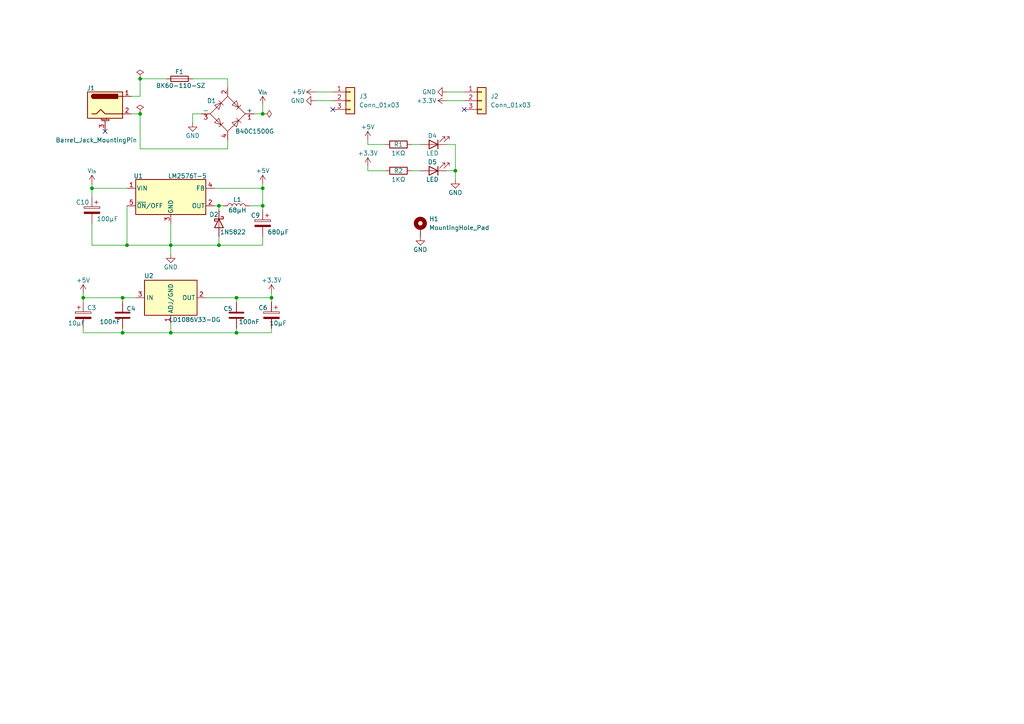
<source format=kicad_sch>
(kicad_sch (version 20231120) (generator "eeschema") (generator_version "8.0")
  (paper "A4")
  (lib_symbols
    (symbol "Connector:Barrel_Jack_MountingPin" (pin_names hide)
      (property "Reference" "J13" (at 0 8.89 0))
      (property "Value" "Barrel_Jack_MountingPin" (at 0 6.35 0))
      (symbol "Barrel_Jack_MountingPin_0_1"
        (rectangle (start -5.08 3.81) (end 5.08 -3.81) (stroke (width 0.254)) (fill (type background)))
        (arc (start -3.302 3.175) (mid -3.9343 2.54) (end -3.302 1.905) (stroke (width 0.254)))
        (arc (start -3.302 3.175) (mid -3.9343 2.54) (end -3.302 1.905) (stroke (width 0.254)) (fill (type outline)))
        (polyline (pts (xy 5.08 2.54) (xy 3.81 2.54)) (stroke (width 0.254)))
        (polyline (pts (xy -3.81 -2.54) (xy -2.54 -2.54) (xy -1.27 -1.27) (xy 0 -2.54) (xy 2.54 -2.54) (xy 5.08 -2.54)) (stroke (width 0.254)))
        (rectangle (start 3.683 3.175) (end -3.302 1.905) (stroke (width 0.254)) (fill (type outline)))
      )
      (symbol "Barrel_Jack_MountingPin_1_1"
        (polyline (pts (xy -1.016 -4.572) (xy 1.016 -4.572)) (stroke (width 0.1524)))
        (text "Mounting" (at 0 -4.191 0) (effects (font (size 0.381 0.381))))
        (pin passive line (at 7.62 2.54 180) (length 2.54) (name "~") (number "1"))
        (pin passive line (at 7.62 -2.54 180) (length 2.54) (name "~") (number "2"))
        (pin passive line (at 0 -7.62 90) (length 3.048) (name "MountPin") (number "3"))
      )
    )
    (symbol "Connector_Generic:Conn_01x03" (pin_names (offset 1.016) hide)
      (property "Reference" "J" (at 0 5.08 0))
      (property "Value" "Conn_01x03" (at 0 -5.08 0))
      (symbol "Conn_01x03_1_1"
        (rectangle (start -1.27 -2.413) (end 0 -2.667) (stroke (width 0.1524)))
        (rectangle (start -1.27 0.127) (end 0 -0.127) (stroke (width 0.1524)))
        (rectangle (start -1.27 2.667) (end 0 2.413) (stroke (width 0.1524)))
        (rectangle (start -1.27 3.81) (end 1.27 -3.81) (stroke (width 0.254)) (fill (type background)))
        (pin passive line (at -5.08 2.54 0) (length 3.81) (name "Pin_1") (number "1"))
        (pin passive line (at -5.08 0 0) (length 3.81) (name "Pin_2") (number "2"))
        (pin passive line (at -5.08 -2.54 0) (length 3.81) (name "Pin_3") (number "3"))
      )
    )
    (symbol "Device:C" (pin_numbers hide) (pin_names (offset 0.254))
      (property "Reference" "C" (at 0.635 2.54 0))
      (property "Value" "C" (at 0.635 -2.54 0))
      (symbol "C_0_1"
        (polyline (pts (xy -2.032 -0.762) (xy 2.032 -0.762)) (stroke (width 0.508)))
        (polyline (pts (xy -2.032 0.762) (xy 2.032 0.762)) (stroke (width 0.508)))
      )
      (symbol "C_1_1"
        (pin passive line (at 0 3.81 270) (length 2.794) (name "~") (number "1"))
        (pin passive line (at 0 -3.81 90) (length 2.794) (name "~") (number "2"))
      )
    )
    (symbol "Device:C_Polarized" (pin_numbers hide) (pin_names (offset 0.254))
      (property "Reference" "C" (at 0.635 2.54 0))
      (property "Value" "C_Polarized" (at 0.635 -2.54 0))
      (symbol "C_Polarized_0_1"
        (rectangle (start -2.286 0.508) (end 2.286 1.016))
        (polyline (pts (xy -1.778 2.286) (xy -0.762 2.286)))
        (polyline (pts (xy -1.27 2.794) (xy -1.27 1.778)))
        (rectangle (start 2.286 -0.508) (end -2.286 -1.016) (fill (type outline)))
      )
      (symbol "C_Polarized_1_1"
        (pin passive line (at 0 3.81 270) (length 2.794) (name "~") (number "1"))
        (pin passive line (at 0 -3.81 90) (length 2.794) (name "~") (number "2"))
      )
    )
    (symbol "Device:Fuse" (pin_numbers hide) (pin_names (offset 0))
      (property "Reference" "F" (at 2.032 0 90))
      (property "Value" "Fuse" (at -1.905 0 90))
      (symbol "Fuse_0_1"
        (rectangle (start -0.762 -2.54) (end 0.762 2.54) (stroke (width 0.254)))
        (polyline (pts (xy 0 2.54) (xy 0 -2.54)))
      )
      (symbol "Fuse_1_1"
        (pin passive line (at 0 3.81 270) (length 1.27) (name "~") (number "1"))
        (pin passive line (at 0 -3.81 90) (length 1.27) (name "~") (number "2"))
      )
    )
    (symbol "Device:L" (pin_numbers hide) (pin_names (offset 1.016) hide)
      (property "Reference" "L" (at -1.27 0 90))
      (property "Value" "L" (at 1.905 0 90))
      (symbol "L_0_1"
        (arc (start 0 -2.54) (mid 0.6323 -1.905) (end 0 -1.27))
        (arc (start 0 -1.27) (mid 0.6323 -0.635) (end 0 0))
        (arc (start 0 0) (mid 0.6323 0.635) (end 0 1.27))
        (arc (start 0 1.27) (mid 0.6323 1.905) (end 0 2.54))
      )
      (symbol "L_1_1"
        (pin passive line (at 0 3.81 270) (length 1.27) (name "1") (number "1"))
        (pin passive line (at 0 -3.81 90) (length 1.27) (name "2") (number "2"))
      )
    )
    (symbol "Device:LED" (pin_numbers hide) (pin_names (offset 1.016) hide)
      (property "Reference" "D" (at 0 2.54 0))
      (property "Value" "LED" (at 0 -2.54 0))
      (symbol "LED_0_1"
        (polyline (pts (xy -1.27 -1.27) (xy -1.27 1.27)) (stroke (width 0.254)))
        (polyline (pts (xy -1.27 0) (xy 1.27 0)))
        (polyline (pts (xy 1.27 -1.27) (xy 1.27 1.27) (xy -1.27 0) (xy 1.27 -1.27)) (stroke (width 0.254)))
        (polyline (pts (xy -3.048 -0.762) (xy -4.572 -2.286) (xy -3.81 -2.286) (xy -4.572 -2.286) (xy -4.572 -1.524)))
        (polyline (pts (xy -1.778 -0.762) (xy -3.302 -2.286) (xy -2.54 -2.286) (xy -3.302 -2.286) (xy -3.302 -1.524)))
      )
      (symbol "LED_1_1"
        (pin passive line (at -3.81 0 0) (length 2.54) (name "K") (number "1"))
        (pin passive line (at 3.81 0 180) (length 2.54) (name "A") (number "2"))
      )
    )
    (symbol "Diode:1N5822" (pin_numbers hide) (pin_names (offset 1.016) hide)
      (property "Reference" "D" (at 0 2.54 0))
      (property "Value" "1N5822" (at 0 -2.54 0))
      (symbol "1N5822_0_1"
        (polyline (pts (xy 1.27 0) (xy -1.27 0)))
        (polyline (pts (xy 1.27 1.27) (xy 1.27 -1.27) (xy -1.27 0) (xy 1.27 1.27)) (stroke (width 0.254)))
        (polyline (pts (xy -1.905 0.635) (xy -1.905 1.27) (xy -1.27 1.27) (xy -1.27 -1.27) (xy -0.635 -1.27) (xy -0.635 -0.635)) (stroke (width 0.254)))
      )
      (symbol "1N5822_1_1"
        (pin passive line (at -3.81 0 0) (length 2.54) (name "K") (number "1"))
        (pin passive line (at 3.81 0 180) (length 2.54) (name "A") (number "2"))
      )
    )
    (symbol "Diode_Bridge:B40C1500G" (pin_names (offset 0))
      (property "Reference" "D" (at 2.54 6.985 0))
      (property "Value" "B40C1500G" (at 2.54 5.08 0))
      (symbol "B40C1500G_0_1"
        (polyline (pts (xy -2.54 3.81) (xy -1.27 2.54)))
        (polyline (pts (xy -1.27 -2.54) (xy -2.54 -3.81)))
        (polyline (pts (xy 2.54 -1.27) (xy 3.81 -2.54)))
        (polyline (pts (xy 2.54 1.27) (xy 3.81 2.54)))
        (polyline (pts (xy -3.81 2.54) (xy -2.54 1.27) (xy -1.905 3.175) (xy -3.81 2.54)))
        (polyline (pts (xy -2.54 -1.27) (xy -3.81 -2.54) (xy -1.905 -3.175) (xy -2.54 -1.27)))
        (polyline (pts (xy 1.27 2.54) (xy 2.54 3.81) (xy 3.175 1.905) (xy 1.27 2.54)))
        (polyline (pts (xy 3.175 -1.905) (xy 1.27 -2.54) (xy 2.54 -3.81) (xy 3.175 -1.905)))
        (polyline (pts (xy -5.08 0) (xy 0 -5.08) (xy 5.08 0) (xy 0 5.08) (xy -5.08 0)))
      )
      (symbol "B40C1500G_1_1"
        (pin passive line (at 7.62 0 180) (length 2.54) (name "+") (number "1"))
        (pin passive line (at 0 -7.62 90) (length 2.54) (name "~") (number "2"))
        (pin passive line (at -7.62 0 0) (length 2.54) (name "-") (number "3"))
        (pin passive line (at 0 7.62 270) (length 2.54) (name "~") (number "4"))
      )
    )
    (symbol "Mechanical:MountingHole_Pad" (pin_numbers hide) (pin_names (offset 1.016) hide) (exclude_from_sim yes) (in_bom no)
      (property "Reference" "H" (at 0 6.35 0))
      (property "Value" "MountingHole_Pad" (at 0 4.445 0))
      (symbol "MountingHole_Pad_0_1"
        (circle (center 0 1.27) (radius 1.27) (stroke (width 1.27)))
      )
      (symbol "MountingHole_Pad_1_1"
        (pin input line (at 0 -2.54 90) (length 2.54) (name "1") (number "1"))
      )
    )
    (symbol "PCM_4ms_Power-symbol:+5V" (power) (pin_names (offset 0))
      (property "Value" "+5V" (at 0 3.556 0))
      (symbol "+5V_0_1"
        (polyline (pts (xy -0.762 1.27) (xy 0 2.54)))
        (polyline (pts (xy 0 0) (xy 0 2.54)))
        (polyline (pts (xy 0 2.54) (xy 0.762 1.27)))
      )
      (symbol "+5V_1_1"
        (pin power_in line (at 0 0 90) (length 0) hide (name "+5V") (number "1"))
      )
    )
    (symbol "PCM_4ms_Power-symbol:GND" (power) (pin_names (offset 0))
      (property "Value" "GND" (at 0 -3.81 0))
      (symbol "GND_0_1"
        (polyline (pts (xy 0 0) (xy 0 -1.27) (xy 1.27 -1.27) (xy 0 -2.54) (xy -1.27 -1.27) (xy 0 -1.27)))
      )
      (symbol "GND_1_1"
        (pin power_in line (at 0 0 270) (length 0) hide (name "GND") (number "1"))
      )
    )
    (symbol "PCM_4ms_Power-symbol:PWR_FLAG" (power) (pin_numbers hide) (pin_names (offset 0) hide)
      (property "Value" "PWR_FLAG" (at 0 3.81 0))
      (symbol "PWR_FLAG_0_0"
        (pin power_out line (at 0 0 90) (length 0) (name "pwr") (number "1"))
      )
      (symbol "PWR_FLAG_0_1"
        (polyline (pts (xy 0 0) (xy 0 1.27) (xy -1.016 1.905) (xy 0 2.54) (xy 1.016 1.905) (xy 0 1.27)))
      )
    )
    (symbol "Regulator_Linear:LD1086V33-DG"
      (property "Reference" "U" (at 0 10.16 0))
      (property "Value" "LD1086V33-DG" (at 0 7.62 0))
      (symbol "LD1086V33-DG_1_1"
        (rectangle (start -7.62 -5.08) (end 7.62 5.08) (stroke (width 0.254)) (fill (type background)))
        (pin input line (at 0 -7.62 90) (length 2.54) (name "ADJ/GND") (number "1"))
        (pin power_out line (at 10.16 0 180) (length 2.54) (name "OUT") (number "2"))
        (pin power_in line (at -10.16 0 0) (length 2.54) (name "IN") (number "3"))
      )
    )
    (symbol "Regulator_Switching:LM2576T-5" (pin_names (offset 0.254))
      (property "Reference" "U" (at -10.16 6.35 0))
      (property "Value" "LM2576T-5" (at 0 6.35 0))
      (symbol "LM2576T-5_0_1"
        (rectangle (start -10.16 5.08) (end 10.16 -5.08) (stroke (width 0.254)) (fill (type background)))
      )
      (symbol "LM2576T-5_1_1"
        (pin power_in line (at -12.7 2.54 0) (length 2.54) (name "VIN") (number "1"))
        (pin output line (at 12.7 -2.54 180) (length 2.54) (name "OUT") (number "2"))
        (pin power_in line (at 0 -7.62 90) (length 2.54) (name "GND") (number "3"))
        (pin input line (at 12.7 2.54 180) (length 2.54) (name "FB") (number "4"))
        (pin input line (at -12.7 -2.54 0) (length 2.54) (name "~{ON}/OFF") (number "5"))
      )
    )
    (symbol "Sentinel 65X V2:R" (pin_numbers hide) (pin_names (offset 0))
      (property "Reference" "R" (at 2.032 0 90))
      (property "Value" "R" (at 0 0 90))
      (symbol "R_0_1"
        (rectangle (start -1.016 -2.54) (end 1.016 2.54) (stroke (width 0.254)))
      )
      (symbol "R_1_1"
        (pin passive line (at 0 3.81 270) (length 1.27) (name "~") (number "1"))
        (pin passive line (at 0 -3.81 90) (length 1.27) (name "~") (number "2"))
      )
    )
    (symbol "power:+3.3V" (power) (pin_names (offset 0))
      (property "Value" "+3.3V" (at 0 3.556 0))
      (symbol "+3.3V_0_1"
        (polyline (pts (xy -0.762 1.27) (xy 0 2.54)))
        (polyline (pts (xy 0 0) (xy 0 2.54)))
        (polyline (pts (xy 0 2.54) (xy 0.762 1.27)))
      )
      (symbol "+3.3V_1_1"
        (pin power_in line (at 0 0 90) (length 0) hide (name "+3.3V") (number "1"))
      )
    )
    (symbol "power:+5V" (power) (pin_names (offset 0))
      (property "Value" "+5V" (at 0 3.556 0))
      (symbol "+5V_0_1"
        (polyline (pts (xy -0.762 1.27) (xy 0 2.54)))
        (polyline (pts (xy 0 0) (xy 0 2.54)))
        (polyline (pts (xy 0 2.54) (xy 0.762 1.27)))
      )
      (symbol "+5V_1_1"
        (pin power_in line (at 0 0 90) (length 0) hide (name "+5V") (number "1"))
      )
    )
  )
  (junction (at 49.53 71.12))
  (junction (at 49.53 96.52))
  (junction (at 24.13 86.36))
  (junction (at 36.83 71.12))
  (junction (at 76.2 33.02))
  (junction (at 35.56 96.52))
  (junction (at 78.74 86.36))
  (junction (at 132.08 49.53))
  (junction (at 63.5 59.69))
  (junction (at 26.67 54.61))
  (junction (at 40.64 22.86))
  (junction (at 76.2 59.69))
  (junction (at 40.64 33.02))
  (junction (at 68.58 96.52))
  (junction (at 35.56 86.36))
  (junction (at 76.2 54.61))
  (junction (at 63.5 71.12))
  (junction (at 68.58 86.36))
  (no_connect (at 96.52 31.75))
  (no_connect (at 134.62 31.75))
  (no_connect (at 30.48 38.1))
  (wire (pts (xy 63.5 71.12) (xy 76.2 71.12)))
  (wire (pts (xy 78.74 96.52) (xy 68.58 96.52)))
  (wire (pts (xy 24.13 86.36) (xy 35.56 86.36)))
  (wire (pts (xy 63.5 71.12) (xy 63.5 68.58)))
  (wire (pts (xy 121.92 49.53) (xy 119.38 49.53)))
  (wire (pts (xy 24.13 96.52) (xy 35.56 96.52)))
  (wire (pts (xy 129.54 29.21) (xy 134.62 29.21)))
  (wire (pts (xy 76.2 53.34) (xy 76.2 54.61)))
  (wire (pts (xy 106.68 49.53) (xy 111.76 49.53)))
  (wire (pts (xy 62.23 54.61) (xy 76.2 54.61)))
  (wire (pts (xy 38.1 33.02) (xy 40.64 33.02)))
  (wire (pts (xy 24.13 86.36) (xy 24.13 87.63)))
  (wire (pts (xy 91.44 26.67) (xy 96.52 26.67)))
  (wire (pts (xy 62.23 59.69) (xy 63.5 59.69)))
  (wire (pts (xy 78.74 86.36) (xy 68.58 86.36)))
  (wire (pts (xy 106.68 48.26) (xy 106.68 49.53)))
  (wire (pts (xy 24.13 85.09) (xy 24.13 86.36)))
  (wire (pts (xy 26.67 71.12) (xy 36.83 71.12)))
  (wire (pts (xy 35.56 86.36) (xy 39.37 86.36)))
  (wire (pts (xy 121.92 41.91) (xy 119.38 41.91)))
  (wire (pts (xy 73.66 33.02) (xy 76.2 33.02)))
  (wire (pts (xy 106.68 41.91) (xy 111.76 41.91)))
  (wire (pts (xy 132.08 49.53) (xy 132.08 52.07)))
  (wire (pts (xy 38.1 27.94) (xy 40.64 27.94)))
  (wire (pts (xy 76.2 30.48) (xy 76.2 33.02)))
  (wire (pts (xy 55.88 22.86) (xy 66.04 22.86)))
  (wire (pts (xy 78.74 85.09) (xy 78.74 86.36)))
  (wire (pts (xy 68.58 86.36) (xy 59.69 86.36)))
  (wire (pts (xy 129.54 26.67) (xy 134.62 26.67)))
  (wire (pts (xy 63.5 59.69) (xy 63.5 60.96)))
  (wire (pts (xy 132.08 41.91) (xy 132.08 49.53)))
  (wire (pts (xy 40.64 22.86) (xy 40.64 27.94)))
  (wire (pts (xy 64.77 59.69) (xy 63.5 59.69)))
  (wire (pts (xy 40.64 33.02) (xy 40.64 43.18)))
  (wire (pts (xy 66.04 22.86) (xy 66.04 25.4)))
  (wire (pts (xy 35.56 95.25) (xy 35.56 96.52)))
  (wire (pts (xy 26.67 54.61) (xy 26.67 57.15)))
  (wire (pts (xy 129.54 49.53) (xy 132.08 49.53)))
  (wire (pts (xy 76.2 54.61) (xy 76.2 59.69)))
  (wire (pts (xy 78.74 86.36) (xy 78.74 87.63)))
  (wire (pts (xy 26.67 64.77) (xy 26.67 71.12)))
  (wire (pts (xy 49.53 93.98) (xy 49.53 96.52)))
  (wire (pts (xy 36.83 71.12) (xy 49.53 71.12)))
  (wire (pts (xy 49.53 73.66) (xy 49.53 71.12)))
  (wire (pts (xy 55.88 33.02) (xy 58.42 33.02)))
  (wire (pts (xy 106.68 40.64) (xy 106.68 41.91)))
  (wire (pts (xy 68.58 95.25) (xy 68.58 96.52)))
  (wire (pts (xy 26.67 54.61) (xy 36.83 54.61)))
  (wire (pts (xy 35.56 86.36) (xy 35.56 87.63)))
  (wire (pts (xy 49.53 71.12) (xy 63.5 71.12)))
  (wire (pts (xy 35.56 96.52) (xy 49.53 96.52)))
  (wire (pts (xy 55.88 33.02) (xy 55.88 35.56)))
  (wire (pts (xy 91.44 29.21) (xy 96.52 29.21)))
  (wire (pts (xy 76.2 60.96) (xy 76.2 59.69)))
  (wire (pts (xy 68.58 86.36) (xy 68.58 87.63)))
  (wire (pts (xy 76.2 68.58) (xy 76.2 71.12)))
  (wire (pts (xy 36.83 59.69) (xy 36.83 71.12)))
  (wire (pts (xy 49.53 96.52) (xy 68.58 96.52)))
  (wire (pts (xy 40.64 43.18) (xy 66.04 43.18)))
  (wire (pts (xy 49.53 64.77) (xy 49.53 71.12)))
  (wire (pts (xy 24.13 95.25) (xy 24.13 96.52)))
  (wire (pts (xy 129.54 41.91) (xy 132.08 41.91)))
  (wire (pts (xy 78.74 95.25) (xy 78.74 96.52)))
  (wire (pts (xy 66.04 43.18) (xy 66.04 40.64)))
  (wire (pts (xy 72.39 59.69) (xy 76.2 59.69)))
  (wire (pts (xy 26.67 53.34) (xy 26.67 54.61)))
  (wire (pts (xy 40.64 22.86) (xy 48.26 22.86)))
  (symbol (lib_id "Connector_Generic:Conn_01x03") (at 139.7 29.21 0) (unit 1)
    (property "Reference" "J2" (at 142.24 27.9399 0) (effects (justify left)))
    (property "Value" "Conn_01x03" (at 142.24 30.4799 0) (effects (justify left)))
    (property "Footprint" "Connector_PinHeader_2.54mm:PinHeader_1x03_P2.54mm_Vertical" (effects (hide yes)))
    (property "Description" "Generic connector, single row, 01x03, script generated (kicad-library-utils/schlib/autogen/connector/)" (effects (hide yes)))
  )
  (symbol (lib_id "Device:LED") (at 125.73 49.53 180) (unit 1)
    (property "Reference" "D5" (at 125.4125 46.99 0))
    (property "Value" "LED" (at 125.4125 52.07 0))
    (property "Footprint" "LED_THT:LED_D3.0mm" (effects (hide yes)))
  )
  (symbol (lib_id "Device:C") (at 35.56 91.44 0) (mirror y) (unit 1)
    (property "Reference" "C4" (at 39.37 89.5349 0) (effects (justify left)))
    (property "Value" "100nF" (at 34.925 93.3449 0) (effects (justify left)))
    (property "Footprint" "Capacitor_THT:C_Disc_D4.3mm_W1.9mm_P5.00mm" (effects (hide yes)))
  )
  (symbol (lib_id "PCM_4ms_Power-symbol:GND") (at 91.44 29.21 270) (unit 1)
    (property "Reference" "#PWR05" (effects (hide yes)))
    (property "Value" "GND" (at 86.36 29.21 90))
  )
  (symbol (lib_id "Device:C_Polarized") (at 78.74 91.44 0) (mirror y) (unit 1)
    (property "Reference" "C6" (at 74.93 89.2809 0) (effects (justify right)))
    (property "Value" "10µF" (at 83.185 93.7259 0) (effects (justify left)))
    (property "Footprint" "Capacitor_THT:CP_Radial_D5.0mm_P2.50mm" (effects (hide yes)))
  )
  (symbol (lib_id "PCM_4ms_Power-symbol:+5V") (at 26.67 53.34 0) (unit 1)
    (property "Reference" "#PWR012" (effects (hide yes)))
    (property "Value" "V_{in}" (at 26.67 49.53 0))
  )
  (symbol (lib_id "PCM_4ms_Power-symbol:PWR_FLAG") (at 40.64 33.02 0) (unit 1)
    (property "Reference" "#FLG02" (effects (hide yes)))
    (property "Value" "PWR_FLAG" (effects (hide yes)))
  )
  (symbol (lib_id "Connector:Barrel_Jack_MountingPin") (at 30.48 30.48 0) (unit 1)
    (property "Reference" "J1" (at 26.3538 25.588 0))
    (property "Value" "Barrel_Jack_MountingPin" (at 27.94 40.64 0))
    (property "Footprint" "Connector_BarrelJack:BarrelJack_Horizontal" (effects (hide yes)))
    (property "Description" "DC Barrel Jack with a mounting pin" (effects (hide yes)))
  )
  (symbol (lib_id "Diode_Bridge:B40C1500G") (at 66.04 33.02 0) (mirror x) (unit 1)
    (property "Reference" "D1" (at 61.3624 29.2321 0))
    (property "Value" "B40C1500G" (at 73.8516 38.0979 0))
    (property "Footprint" "Diode_THT:Diode_Bridge_Round_D9.8mm" (effects (hide yes)))
    (property "Datasheet" "https://www.vishay.com/docs/88501/b40c1500g.pdf" (effects (hide yes)))
    (property "Description" "Glass Passivated Single-Phase Bridge Rectifier, 40V Vrms, 1.5A If, WOG package" (effects (hide yes)))
  )
  (symbol (lib_id "power:+3.3V") (at 106.68 48.26 0) (unit 1)
    (property "Reference" "#PWR03" (effects (hide yes)))
    (property "Value" "+3.3V" (at 106.68 44.45 0))
  )
  (symbol (lib_id "Regulator_Switching:LM2576T-5") (at 49.53 57.15 0) (unit 1)
    (property "Reference" "U1" (at 40.132 51.054 0))
    (property "Value" "LM2576T-5" (at 54.356 51.054 0))
    (property "Footprint" "Package_TO_SOT_THT:TO-220-5_Vertical" (effects (hide yes)))
    (property "Datasheet" "http://www.ti.com/lit/ds/symlink/lm2576.pdf" (effects (hide yes)))
    (property "Description" "5V, 3A SIMPLE SWITCHER® Step-Down Voltage Regulator, TO-220-5" (effects (hide yes)))
  )
  (symbol (lib_id "Sentinel 65X V2:R") (at 115.57 49.53 90) (mirror x) (unit 1)
    (property "Reference" "R2" (at 115.57 49.53 90))
    (property "Value" "1KΩ" (at 115.57 52.07 90))
    (property "Footprint" "Resistor_THT:R_Axial_DIN0204_L3.6mm_D1.6mm_P7.62mm_Horizontal" (effects (hide yes)))
  )
  (symbol (lib_id "Diode:1N5822") (at 63.5 64.77 270) (unit 1)
    (property "Reference" "D2" (at 60.706 62.23 90) (effects (justify left)))
    (property "Value" "1N5822" (at 63.754 67.31 90) (effects (justify left)))
    (property "Footprint" "Diode_THT:D_DO-201AD_P15.24mm_Horizontal" (effects (hide yes)))
    (property "Datasheet" "http://www.vishay.com/docs/88526/1n5820.pdf" (effects (hide yes)))
    (property "Description" "40V 3A Schottky Barrier Rectifier Diode, DO-201AD" (effects (hide yes)))
  )
  (symbol (lib_id "Device:C_Polarized") (at 76.2 64.77 0) (mirror y) (unit 1)
    (property "Reference" "C9" (at 75.438 62.484 0) (effects (justify left)))
    (property "Value" "680µF" (at 83.82 67.31 0) (effects (justify left)))
    (property "Footprint" "Capacitor_THT:C_Radial_D10.0mm_H12.5mm_P5.00mm" (effects (hide yes)))
    (property "Description" "Polarized capacitor" (effects (hide yes)))
  )
  (symbol (lib_id "PCM_4ms_Power-symbol:PWR_FLAG") (at 40.64 22.86 0) (unit 1)
    (property "Reference" "#FLG01" (effects (hide yes)))
    (property "Value" "PWR_FLAG" (effects (hide yes)))
  )
  (symbol (lib_id "PCM_4ms_Power-symbol:GND") (at 121.92 68.58 0) (unit 1)
    (property "Reference" "#PWR014" (effects (hide yes)))
    (property "Value" "GND" (at 121.92 72.39 0))
  )
  (symbol (lib_id "Device:C") (at 68.58 91.44 0) (unit 1)
    (property "Reference" "C5" (at 64.77 89.5349 0) (effects (justify left)))
    (property "Value" "100nF" (at 69.215 93.3449 0) (effects (justify left)))
    (property "Footprint" "Capacitor_THT:C_Disc_D4.3mm_W1.9mm_P5.00mm" (effects (hide yes)))
  )
  (symbol (lib_id "PCM_4ms_Power-symbol:GND") (at 129.54 26.67 270) (unit 1)
    (property "Reference" "#PWR08" (effects (hide yes)))
    (property "Value" "GND" (at 124.46 26.67 90))
  )
  (symbol (lib_id "power:+3.3V") (at 129.54 29.21 90) (unit 1)
    (property "Reference" "#PWR07" (effects (hide yes)))
    (property "Value" "+3.3V" (at 123.698 29.21 90))
  )
  (symbol (lib_id "PCM_4ms_Power-symbol:GND") (at 49.53 73.66 0) (unit 1)
    (property "Reference" "#PWR010" (effects (hide yes)))
    (property "Value" "GND" (at 49.53 77.47 0))
  )
  (symbol (lib_id "Device:Fuse") (at 52.07 22.86 90) (unit 1)
    (property "Reference" "F1" (at 52.0204 20.8475 90))
    (property "Value" "BK60-110-SZ" (at 52.4102 24.8283 90))
    (property "Footprint" "Fuse:Fuse_Bourns_MF-RG300" (effects (hide yes)))
    (property "Description" "Fuse" (effects (hide yes)))
  )
  (symbol (lib_id "PCM_4ms_Power-symbol:GND") (at 55.88 35.56 0) (unit 1)
    (property "Reference" "#PWR01" (effects (hide yes)))
    (property "Value" "GND" (at 55.88 39.37 0))
  )
  (symbol (lib_id "power:+3.3V") (at 78.74 85.09 0) (unit 1)
    (property "Reference" "#PWR016" (effects (hide yes)))
    (property "Value" "+3.3V" (at 78.74 81.28 0))
  )
  (symbol (lib_id "Connector_Generic:Conn_01x03") (at 101.6 29.21 0) (unit 1)
    (property "Reference" "J3" (at 104.14 27.9399 0) (effects (justify left)))
    (property "Value" "Conn_01x03" (at 104.14 30.4799 0) (effects (justify left)))
    (property "Footprint" "Connector_PinHeader_2.54mm:PinHeader_1x03_P2.54mm_Vertical" (effects (hide yes)))
    (property "Description" "Generic connector, single row, 01x03, script generated (kicad-library-utils/schlib/autogen/connector/)" (effects (hide yes)))
  )
  (symbol (lib_id "Mechanical:MountingHole_Pad") (at 121.92 66.04 0) (unit 1) (exclude_from_sim yes) (in_bom no)
    (property "Reference" "H1" (at 124.46 63.4999 0) (effects (justify left)))
    (property "Value" "MountingHole_Pad" (at 124.46 66.0399 0) (effects (justify left)))
    (property "Footprint" "MountingHole:MountingHole_3.2mm_M3_DIN965_Pad" (effects (hide yes)))
    (property "Description" "Mounting Hole with connection" (effects (hide yes)))
  )
  (symbol (lib_id "power:+5V") (at 106.68 40.64 0) (unit 1)
    (property "Reference" "#PWR02" (effects (hide yes)))
    (property "Value" "+5V" (at 106.68 36.83 0))
  )
  (symbol (lib_id "Device:L") (at 68.58 59.69 90) (unit 1)
    (property "Reference" "L1" (at 68.834 57.912 90))
    (property "Value" "68µH" (at 68.834 60.96 90))
    (property "Footprint" "Inductor_THT:L_Radial_D24.4mm_P23.70mm_Murata_1400series" (effects (hide yes)))
    (property "Description" "Inductor" (effects (hide yes)))
  )
  (symbol (lib_id "Device:LED") (at 125.73 41.91 180) (unit 1)
    (property "Reference" "D4" (at 125.4125 39.37 0))
    (property "Value" "LED" (at 125.4125 44.45 0))
    (property "Footprint" "LED_THT:LED_D3.0mm" (effects (hide yes)))
  )
  (symbol (lib_id "PCM_4ms_Power-symbol:+5V") (at 76.2 53.34 0) (unit 1)
    (property "Reference" "#PWR011" (effects (hide yes)))
    (property "Value" "+5V" (at 76.2 49.53 0))
  )
  (symbol (lib_id "PCM_4ms_Power-symbol:+5V") (at 91.44 26.67 90) (unit 1)
    (property "Reference" "#PWR06" (effects (hide yes)))
    (property "Value" "+5V" (at 86.614 26.67 90))
  )
  (symbol (lib_id "PCM_4ms_Power-symbol:+5V") (at 76.2 30.48 0) (unit 1)
    (property "Reference" "#PWR09" (effects (hide yes)))
    (property "Value" "V_{in}" (at 76.2 26.67 0))
  )
  (symbol (lib_id "Sentinel 65X V2:R") (at 115.57 41.91 90) (mirror x) (unit 1)
    (property "Reference" "R1" (at 115.57 41.91 90))
    (property "Value" "1KΩ" (at 115.57 44.45 90))
    (property "Footprint" "Resistor_THT:R_Axial_DIN0204_L3.6mm_D1.6mm_P7.62mm_Horizontal" (effects (hide yes)))
  )
  (symbol (lib_id "Device:C_Polarized") (at 24.13 91.44 0) (unit 1)
    (property "Reference" "C3" (at 27.94 89.2809 0) (effects (justify right)))
    (property "Value" "10µF" (at 19.685 93.7259 0) (effects (justify left)))
    (property "Footprint" "Capacitor_THT:CP_Radial_D5.0mm_P2.50mm" (effects (hide yes)))
  )
  (symbol (lib_id "Regulator_Linear:LD1086V33-DG") (at 49.53 86.36 0) (unit 1)
    (property "Reference" "U2" (at 43.18 80.01 0))
    (property "Value" "LD1086V33-DG" (at 56.515 92.71 0))
    (property "Footprint" "Package_TO_SOT_THT:TO-220-3_Vertical" (effects (hide yes)))
    (property "Datasheet" "https://www.st.com/resource/en/datasheet/ld1086.pdf" (effects (hide yes)))
  )
  (symbol (lib_id "Device:C_Polarized") (at 26.67 60.96 0) (mirror y) (unit 1)
    (property "Reference" "C10" (at 25.908 58.674 0) (effects (justify left)))
    (property "Value" "100µF" (at 34.29 63.5 0) (effects (justify left)))
    (property "Footprint" "Capacitor_THT:C_Radial_D6.3mm_H11.0mm_P2.50mm" (effects (hide yes)))
    (property "Description" "Polarized capacitor" (effects (hide yes)))
  )
  (symbol (lib_id "PCM_4ms_Power-symbol:PWR_FLAG") (at 76.2 33.02 270) (unit 1)
    (property "Reference" "#FLG03" (effects (hide yes)))
    (property "Value" "PWR_FLAG" (effects (hide yes)))
  )
  (symbol (lib_id "PCM_4ms_Power-symbol:+5V") (at 24.13 85.09 0) (unit 1)
    (property "Reference" "#PWR013" (effects (hide yes)))
    (property "Value" "+5V" (at 24.13 81.28 0))
  )
  (symbol (lib_id "PCM_4ms_Power-symbol:GND") (at 132.08 52.07 0) (unit 1)
    (property "Reference" "#PWR04" (effects (hide yes)))
    (property "Value" "GND" (at 132.08 55.88 0))
  )
)
</source>
